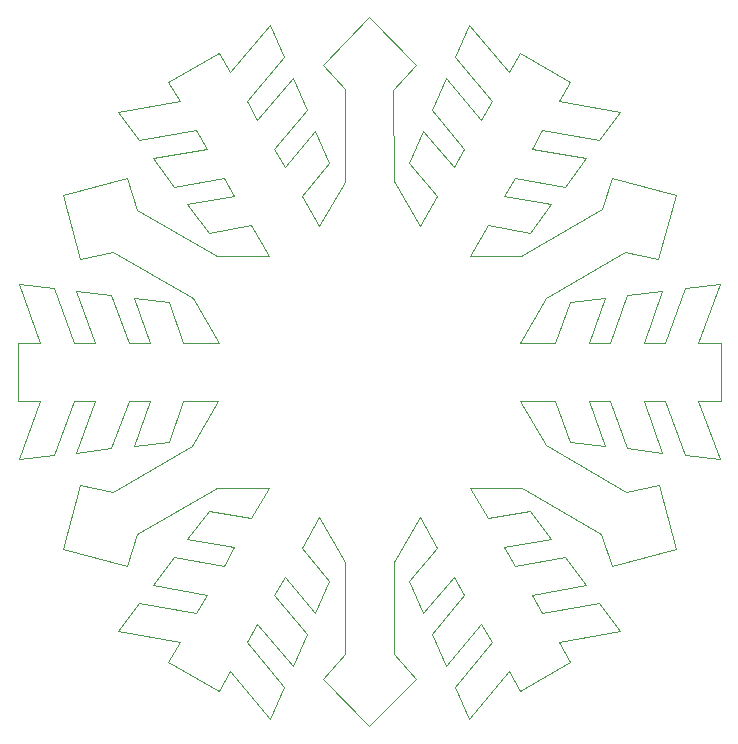
<source format=gbr>
%TF.GenerationSoftware,Altium Limited,Altium Designer,19.0.15 (446)*%
G04 Layer_Color=0*
%FSLAX45Y45*%
%MOMM*%
%TF.FileFunction,Profile,NP*%
%TF.Part,Single*%
G01*
G75*
%TA.AperFunction,Profile*%
%ADD41C,0.02540*%
D41*
X4949650Y5373635D02*
X5494000Y5230885D01*
X5580450Y5497935D01*
X6259800Y5891285D01*
X6693900D01*
X6545300Y5633435D01*
X6185500Y5697035D01*
X6006300Y5457635D01*
X6403500Y5387735D01*
X6313700Y5231835D01*
X5892650Y5306135D01*
X5713000Y5066735D01*
X6171400Y4986135D01*
X6081550Y4830285D01*
X5599850Y4915235D01*
X5420650Y4675835D01*
X5939750Y4584535D01*
X5844100Y4418985D01*
X6271900Y4172285D01*
X6367100Y4337385D01*
X6706050Y3933385D01*
X6824050Y4208235D01*
X6509850Y4583085D01*
X6599700Y4738985D01*
X6898800Y4382535D01*
X7016350Y4657385D01*
X6741500Y4984685D01*
X6831300Y5140585D01*
X7090650Y4831235D01*
X7208150Y5106085D01*
X6973100Y5386285D01*
X7121700Y5643135D01*
X7341700Y5261985D01*
X7342650Y4486935D01*
X7151350Y4274285D01*
X7547100Y3874135D01*
X7942850Y4274285D01*
X7754900Y4483085D01*
X7754450Y5267785D01*
X7971500Y5644135D01*
X8120100Y5386285D01*
X7885050Y5106085D01*
X8002550Y4831735D01*
X8261900Y5140585D01*
X8352200Y4984685D01*
X8077350Y4657385D01*
X8194850Y4382535D01*
X8494000Y4738985D01*
X8583850Y4583585D01*
X8269150Y4208235D01*
X8386700Y3933885D01*
X8725650Y4337885D01*
X8821300Y4172285D01*
X9249100Y4419435D01*
X9153450Y4584535D01*
X9672550Y4676335D01*
X9493350Y4915235D01*
X9011650Y4830285D01*
X8921300Y4986135D01*
X9379700Y5067235D01*
X9200550Y5306135D01*
X8779500Y5231835D01*
X8689700Y5387735D01*
X9086900Y5457635D01*
X8907700Y5697035D01*
X8547900Y5633435D01*
X8399300Y5890785D01*
X8839750D01*
X9511300Y5504285D01*
X9599700Y5231835D01*
X10144050Y5374635D01*
X9995450Y5917535D01*
X9721100Y5859235D01*
X9040750Y6251135D01*
X8823700Y6626985D01*
X9120900D01*
X9246200Y6283635D01*
X9542900Y6247735D01*
X9404950Y6626985D01*
X9584650D01*
X9730800Y6225385D01*
X10027500Y6189935D01*
X9868250Y6626985D01*
X10048400D01*
X10215900Y6167135D01*
X10512600Y6131685D01*
X10331950Y6627435D01*
X10523300D01*
Y7120835D01*
X10331950D01*
X10512600Y7616585D01*
X10215900Y7581135D01*
X10048400Y7121285D01*
X9868250D01*
X10027500Y7558835D01*
X9730800Y7522885D01*
X9584650Y7121285D01*
X9404950D01*
X9542900Y7500535D01*
X9246200Y7465085D01*
X9120900Y7121285D01*
X8824200D01*
X9044650Y7502985D01*
X9715250Y7890985D01*
X9994950Y7831735D01*
X10143550Y8374635D01*
X9599200Y8516885D01*
X9512750Y8250335D01*
X8833400Y7857485D01*
X8398800D01*
X8547900Y8114835D01*
X8907700Y8051235D01*
X9086900Y8290635D01*
X8689700Y8360535D01*
X8779500Y8516435D01*
X9200550Y8442135D01*
X9379700Y8681535D01*
X8921800Y8762135D01*
X9011650Y8917985D01*
X9493350Y8833035D01*
X9672550Y9071935D01*
X9153450Y9163735D01*
X9249100Y9329285D01*
X8821300Y9575985D01*
X8726100Y9410885D01*
X8387150Y9814385D01*
X8269650Y9540035D01*
X8584300Y9164685D01*
X8494000Y9009285D01*
X8194850Y9365735D01*
X8077350Y9090885D01*
X8352200Y8763585D01*
X8262350Y8607685D01*
X8003050Y8916535D01*
X7885550Y8642185D01*
X8120550Y8361985D01*
X7972000Y8104635D01*
X7751500Y8486285D01*
X7751050Y9261335D01*
X7942350Y9473985D01*
X7546600Y9874135D01*
X7150850Y9473985D01*
X7338300Y9265185D01*
X7339250Y8480485D01*
X7121700Y8104635D01*
X6973100Y8361985D01*
X7208150Y8641685D01*
X7090650Y8916535D01*
X6831300Y8607685D01*
X6741500Y8763585D01*
X7016350Y9090885D01*
X6898800Y9365235D01*
X6599700Y9008785D01*
X6509850Y9164685D01*
X6824050Y9540035D01*
X6706500Y9814385D01*
X6368050Y9410885D01*
X6272400Y9575985D01*
X5844600Y9328835D01*
X5940250Y9163735D01*
X5421150Y9071935D01*
X5600350Y8832535D01*
X6082050Y8917985D01*
X6171900Y8762135D01*
X5713500Y8681035D01*
X5893150Y8442135D01*
X6314150Y8516435D01*
X6404000Y8360535D01*
X6006800Y8290635D01*
X6185950Y8051235D01*
X6545800Y8114835D01*
X6694400Y7857485D01*
X6253950D01*
X5582350Y8244485D01*
X5494000Y8515935D01*
X4949650Y8373635D01*
X5098700Y7830735D01*
X5372600Y7889035D01*
X6052900Y7497135D01*
X6269950Y7121285D01*
X5972800D01*
X5848000Y7464635D01*
X5550800Y7500535D01*
X5689200Y7121285D01*
X5508550D01*
X5361900Y7522885D01*
X5065700Y7558335D01*
X5224500Y7120835D01*
X5044800D01*
X4877300Y7581135D01*
X4580600Y7616585D01*
X4760750Y7120835D01*
X4569900D01*
Y6626985D01*
X4760750D01*
X4580600Y6131685D01*
X4877300Y6167135D01*
X5044800Y6626985D01*
X5224500D01*
X5065700Y6189435D01*
X5361900Y6224885D01*
X5508550Y6626985D01*
X5688250D01*
X5550300Y6247735D01*
X5847000Y6283635D01*
X5971800Y6626985D01*
X6269000D01*
X6048550Y6245285D01*
X5377950Y5857285D01*
X5098250Y5916535D01*
X4949650Y5373635D01*
%TF.MD5,627f52d7c9625607dfd9d394d3e995dd*%
M02*

</source>
